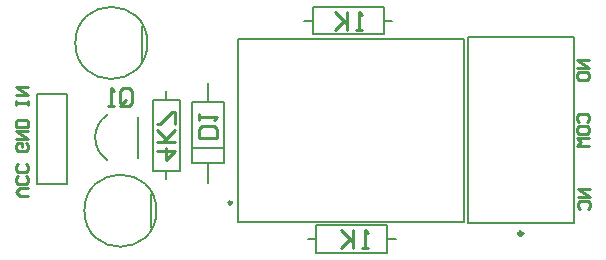
<source format=gto>
G04*
G04 #@! TF.GenerationSoftware,Altium Limited,Altium Designer,20.1.11 (218)*
G04*
G04 Layer_Color=65535*
%FSLAX44Y44*%
%MOMM*%
G71*
G04*
G04 #@! TF.SameCoordinates,8D7DA4D9-43DC-4990-A059-E20095D3F8E4*
G04*
G04*
G04 #@! TF.FilePolarity,Positive*
G04*
G01*
G75*
%ADD10C,0.3000*%
%ADD11C,0.3500*%
%ADD12C,0.1500*%
%ADD13C,0.2000*%
%ADD14C,0.1270*%
%ADD15C,0.2540*%
D10*
X182000Y52810D02*
G03*
X182000Y52810I1000J0D01*
G01*
D11*
X427250Y26550D02*
G03*
X427250Y26550I1750J0D01*
G01*
D12*
X51800Y188000D02*
G03*
X51800Y188000I30500J0D01*
G01*
X59500Y46000D02*
G03*
X59500Y46000I30500J0D01*
G01*
D13*
X78792Y127041D02*
G03*
X78792Y88959I12723J-19041D01*
G01*
X474000Y35300D02*
Y192700D01*
X384000D01*
Y35300D02*
Y192700D01*
X474000Y35300D02*
X384000D01*
X108550Y174000D02*
Y202000D01*
X44450Y68900D02*
X19550D01*
X44450Y145100D02*
X19550D01*
X44450Y68900D02*
Y145100D01*
X19550Y68900D02*
Y145100D01*
X116250Y32001D02*
Y60000D01*
X105301Y90825D02*
Y125175D01*
X117501Y80000D02*
Y140000D01*
X140501Y80000D02*
X117501D01*
X140501D02*
Y140000D01*
X117501D01*
X129001D02*
Y147300D01*
Y72700D02*
Y80000D01*
X177601Y86000D02*
Y138000D01*
X150400D01*
Y86000D02*
Y138000D01*
X177601Y86000D02*
X150400D01*
X164000Y69620D02*
Y86000D01*
Y138000D02*
Y154380D01*
X176901Y99000D02*
X151100D01*
X312999Y195500D02*
X252999D01*
X312999D02*
Y218500D01*
X252999D01*
Y195500D02*
Y218500D01*
Y207000D02*
X245700D01*
X320299D02*
X312999D01*
X316000Y10500D02*
X256000D01*
X316000D02*
Y33500D01*
X256000D01*
Y10500D02*
Y33500D01*
Y22000D02*
X248700D01*
X323300D02*
X316000D01*
D14*
X380500Y191500D02*
X189500D01*
X380500Y36500D02*
Y191500D01*
Y36500D02*
X189500D01*
Y191500D01*
D15*
X11537Y135540D02*
Y138872D01*
Y137206D01*
X1540D01*
Y135540D01*
Y138872D01*
Y143871D02*
X11537D01*
X1540Y150535D01*
X11537D01*
X9871Y103204D02*
X11537Y101538D01*
Y98206D01*
X9871Y96540D01*
X3206D01*
X1540Y98206D01*
Y101538D01*
X3206Y103204D01*
X6538D01*
Y99872D01*
X1540Y106537D02*
X11537D01*
X1540Y113201D01*
X11537D01*
Y116533D02*
X1540D01*
Y121532D01*
X3206Y123198D01*
X9871D01*
X11537Y121532D01*
Y116533D01*
X11537Y58540D02*
X4872D01*
X1540Y61872D01*
X4872Y65205D01*
X11537D01*
X9871Y75201D02*
X11537Y73535D01*
Y70203D01*
X9871Y68537D01*
X3206D01*
X1540Y70203D01*
Y73535D01*
X3206Y75201D01*
X9871Y85198D02*
X11537Y83532D01*
Y80200D01*
X9871Y78534D01*
X3206D01*
X1540Y80200D01*
Y83532D01*
X3206Y85198D01*
X486460Y173460D02*
X476463D01*
X486460Y166796D01*
X476463D01*
Y158465D02*
Y161797D01*
X478129Y163463D01*
X484794D01*
X486460Y161797D01*
Y158465D01*
X484794Y156799D01*
X478129D01*
X476463Y158465D01*
X487460Y64460D02*
X477463D01*
X487460Y57796D01*
X477463D01*
X479129Y47799D02*
X477463Y49465D01*
Y52797D01*
X479129Y54463D01*
X485794D01*
X487460Y52797D01*
Y49465D01*
X485794Y47799D01*
X478129Y120795D02*
X476463Y122462D01*
Y125794D01*
X478129Y127460D01*
X484794D01*
X486460Y125794D01*
Y122462D01*
X484794Y120795D01*
X476463Y112465D02*
Y115797D01*
X478129Y117463D01*
X484794D01*
X486460Y115797D01*
Y112465D01*
X484794Y110799D01*
X478129D01*
X476463Y112465D01*
X486460Y107466D02*
X476463D01*
X479795Y104134D01*
X476463Y100802D01*
X486460D01*
X90000Y136922D02*
Y147078D01*
X92539Y149618D01*
X97618D01*
X100157Y147078D01*
Y136922D01*
X97618Y134382D01*
X92539D01*
X95078Y139461D02*
X90000Y134382D01*
X92539D02*
X90000Y136922D01*
X84922Y134382D02*
X79843D01*
X82382D01*
Y149618D01*
X84922Y147078D01*
X121383Y96304D02*
X136618D01*
X129000Y88687D01*
Y98843D01*
X136618Y103922D02*
X121383D01*
X126461D01*
X136618Y114078D01*
X129000Y106461D01*
X121383Y114078D01*
X136618Y119157D02*
Y129313D01*
X134078D01*
X123922Y119157D01*
X121383D01*
X171618Y107843D02*
X156383D01*
Y115461D01*
X158922Y118000D01*
X169078D01*
X171618Y115461D01*
Y107843D01*
X156383Y123078D02*
Y128157D01*
Y125618D01*
X171618D01*
X169078Y123078D01*
X294426Y199382D02*
X289348D01*
X291887D01*
Y214618D01*
X294426Y212078D01*
X281730Y214618D02*
Y199382D01*
Y204461D01*
X271574Y214618D01*
X279191Y207000D01*
X271574Y199382D01*
X299426Y14382D02*
X294348D01*
X296887D01*
Y29618D01*
X299426Y27078D01*
X286730Y29618D02*
Y14382D01*
Y19461D01*
X276574Y29618D01*
X284191Y22000D01*
X276574Y14382D01*
M02*

</source>
